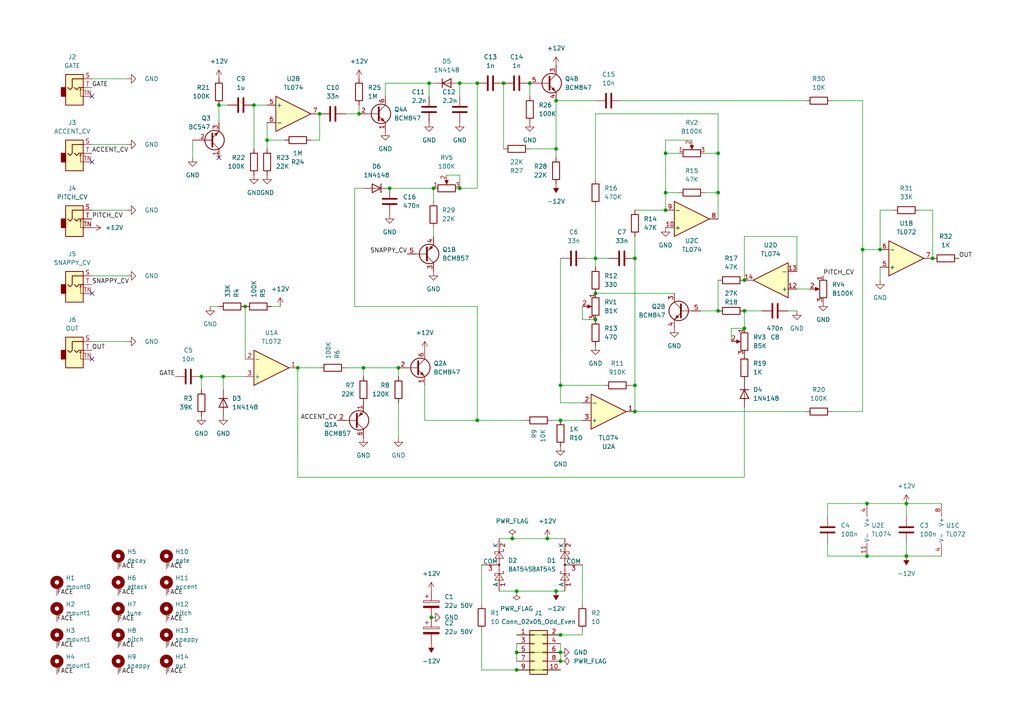
<source format=kicad_sch>
(kicad_sch (version 20230121) (generator eeschema)
  (paper "A4")
  (lib_symbols
    (symbol "Amplifier_Operational:TL072" (pin_names (offset 0.127))
      (property "Reference" "U" (at 0 5.08 0))
      (property "Value" "TL072" (at 0 -5.08 0))
      (symbol "TL072_1_1"
        (pin output line (at 7.62 0 180) (length 2.54) (name "~") (number "1"))
        (pin input line (at -7.62 -2.54 0) (length 2.54) (name "-") (number "2"))
        (pin input line (at -7.62 2.54 0) (length 2.54) (name "+") (number "3"))
      )
      (symbol "TL072_2_1"
        (pin input line (at -7.62 2.54 0) (length 2.54) (name "+") (number "5"))
        (pin input line (at -7.62 -2.54 0) (length 2.54) (name "-") (number "6"))
        (pin output line (at 7.62 0 180) (length 2.54) (name "~") (number "7"))
      )
      (symbol "TL072_3_1"
        (pin power_in line (at -2.54 -7.62 90) (length 3.81) (name "V-") (number "4"))
        (pin power_in line (at -2.54 7.62 270) (length 3.81) (name "V+") (number "8"))
      )
    )
    (symbol "Amplifier_Operational:TL074" (pin_names (offset 0.127))
      (property "Reference" "U" (at 0 5.08 0))
      (property "Value" "TL074" (at 0 -5.08 0))
      (symbol "TL074_1_1"
        (pin output line (at 7.62 0 180) (length 2.54) (name "~") (number "1"))
        (pin input line (at -7.62 -2.54 0) (length 2.54) (name "-") (number "2"))
        (pin input line (at -7.62 2.54 0) (length 2.54) (name "+") (number "3"))
      )
      (symbol "TL074_2_1"
        (pin input line (at -7.62 2.54 0) (length 2.54) (name "+") (number "5"))
        (pin input line (at -7.62 -2.54 0) (length 2.54) (name "-") (number "6"))
        (pin output line (at 7.62 0 180) (length 2.54) (name "~") (number "7"))
      )
      (symbol "TL074_3_1"
        (pin input line (at -7.62 2.54 0) (length 2.54) (name "+") (number "10"))
        (pin output line (at 7.62 0 180) (length 2.54) (name "~") (number "8"))
        (pin input line (at -7.62 -2.54 0) (length 2.54) (name "-") (number "9"))
      )
      (symbol "TL074_4_1"
        (pin input line (at -7.62 2.54 0) (length 2.54) (name "+") (number "12"))
        (pin input line (at -7.62 -2.54 0) (length 2.54) (name "-") (number "13"))
        (pin output line (at 7.62 0 180) (length 2.54) (name "~") (number "14"))
      )
      (symbol "TL074_5_1"
        (pin power_in line (at -2.54 -7.62 90) (length 3.81) (name "V-") (number "11"))
        (pin power_in line (at -2.54 7.62 270) (length 3.81) (name "V+") (number "4"))
      )
    )
    (symbol "Device:C" (pin_numbers hide) (pin_names (offset 0.254))
      (property "Reference" "C" (at 0.635 2.54 0))
      (property "Value" "C" (at 0.635 -2.54 0))
      (symbol "C_1_1"
        (pin passive line (at 0 3.81 270) (length 2.794) (name "~") (number "1"))
        (pin passive line (at 0 -3.81 90) (length 2.794) (name "~") (number "2"))
      )
    )
    (symbol "Device:C_Polarized" (pin_numbers hide) (pin_names (offset 0.254))
      (property "Reference" "C" (at 0.635 2.54 0))
      (property "Value" "C_Polarized" (at 0.635 -2.54 0))
      (symbol "C_Polarized_1_1"
        (pin passive line (at 0 3.81 270) (length 2.794) (name "~") (number "1"))
        (pin passive line (at 0 -3.81 90) (length 2.794) (name "~") (number "2"))
      )
    )
    (symbol "Device:D" (pin_numbers hide) (pin_names (offset 1.016) hide)
      (property "Reference" "D" (at 0 2.54 0))
      (property "Value" "D" (at 0 -2.54 0))
      (symbol "D_1_1"
        (pin passive line (at -3.81 0 0) (length 2.54) (name "K") (number "1"))
        (pin passive line (at 3.81 0 180) (length 2.54) (name "A") (number "2"))
      )
    )
    (symbol "Device:Q_Dual_NPN_NPN_E1B1C2E2B2C1" (pin_names (offset 0) hide)
      (property "Reference" "Q" (at 5.08 1.27 0))
      (property "Value" "Q_Dual_NPN_NPN_E1B1C2E2B2C1" (at 5.08 -1.27 0))
      (symbol "Q_Dual_NPN_NPN_E1B1C2E2B2C1_1_1"
        (pin passive line (at 2.54 -5.08 90) (length 2.54) (name "E1") (number "1"))
        (pin input line (at -5.08 0 0) (length 2.54) (name "B1") (number "2"))
        (pin passive line (at 2.54 5.08 270) (length 2.54) (name "C1") (number "6"))
      )
      (symbol "Q_Dual_NPN_NPN_E1B1C2E2B2C1_2_1"
        (pin passive line (at 2.54 5.08 270) (length 2.54) (name "C2") (number "3"))
        (pin passive line (at 2.54 -5.08 90) (length 2.54) (name "E2") (number "4"))
        (pin input line (at -5.08 0 0) (length 2.54) (name "B2") (number "5"))
      )
    )
    (symbol "Device:Q_Dual_PNP_PNP_E1B1C2E2B2C1" (pin_names (offset 0) hide)
      (property "Reference" "Q" (at 5.08 1.27 0))
      (property "Value" "Q_Dual_PNP_PNP_E1B1C2E2B2C1" (at 5.08 -1.27 0))
      (symbol "Q_Dual_PNP_PNP_E1B1C2E2B2C1_1_1"
        (pin passive line (at 2.54 -5.08 90) (length 2.54) (name "E1") (number "1"))
        (pin input line (at -5.08 0 0) (length 2.54) (name "B1") (number "2"))
        (pin passive line (at 2.54 5.08 270) (length 2.54) (name "C1") (number "6"))
      )
      (symbol "Q_Dual_PNP_PNP_E1B1C2E2B2C1_2_1"
        (pin passive line (at 2.54 5.08 270) (length 2.54) (name "C2") (number "3"))
        (pin passive line (at 2.54 -5.08 90) (length 2.54) (name "E2") (number "4"))
        (pin input line (at -5.08 0 0) (length 2.54) (name "B2") (number "5"))
      )
    )
    (symbol "Device:Q_NPN_CBE" (pin_names (offset 0) hide)
      (property "Reference" "Q" (at 5.08 1.27 0))
      (property "Value" "Q_NPN_CBE" (at 5.08 -1.27 0))
      (symbol "Q_NPN_CBE_1_1"
        (pin passive line (at 2.54 5.08 270) (length 2.54) (name "C") (number "1"))
        (pin input line (at -5.08 0 0) (length 5.715) (name "B") (number "2"))
        (pin passive line (at 2.54 -5.08 90) (length 2.54) (name "E") (number "3"))
      )
    )
    (symbol "Device:R" (pin_numbers hide) (pin_names (offset 0))
      (property "Reference" "R" (at 2.032 0 90))
      (property "Value" "R" (at 0 0 90))
      (symbol "R_1_1"
        (pin passive line (at 0 3.81 270) (length 1.27) (name "~") (number "1"))
        (pin passive line (at 0 -3.81 90) (length 1.27) (name "~") (number "2"))
      )
    )
    (symbol "Device:R_Potentiometer" (pin_names (offset 1.016) hide)
      (property "Reference" "RV" (at -4.445 0 90))
      (property "Value" "R_Potentiometer" (at -2.54 0 90))
      (symbol "R_Potentiometer_1_1"
        (pin passive line (at 0 3.81 270) (length 1.27) (name "1") (number "1"))
        (pin passive line (at 3.81 0 180) (length 1.27) (name "2") (number "2"))
        (pin passive line (at 0 -3.81 90) (length 1.27) (name "3") (number "3"))
      )
    )
    (symbol "Eurorack:AudioJack2_SwitchT"
      (property "Reference" "J" (at 0 8.89 0))
      (property "Value" "AudioJack2_SwitchT" (at 0 6.35 0))
      (symbol "AudioJack2_SwitchT_1_1"
        (pin passive line (at 5.08 2.54 180) (length 2.54) (name "~") (number "S"))
        (pin passive line (at 5.08 0 180) (length 2.54) (name "~") (number "T"))
        (pin passive line (at 5.08 -2.54 180) (length 2.54) (name "~") (number "TN"))
      )
    )
    (symbol "Eurorack:BAT54S" (pin_names (offset 0))
      (property "Reference" "D" (at 2.54 -5.08 0))
      (property "Value" "BAT54S" (at -6.35 3.175 0))
      (symbol "BAT54S_1_1"
        (pin passive line (at -7.62 0 0) (length 3.81) (name "A") (number "1"))
        (pin passive line (at 7.62 0 180) (length 3.81) (name "K") (number "2"))
        (pin passive line (at 0 -5.08 90) (length 5.08) (name "COM") (number "3"))
      )
    )
    (symbol "Eurorack:Conn_02x05_Odd_Even" (pin_names (offset 1.016) hide)
      (property "Reference" "J" (at 1.27 7.62 0))
      (property "Value" "Conn_02x05_Odd_Even" (at 1.27 -7.62 0))
      (symbol "Conn_02x05_Odd_Even_1_1"
        (pin passive line (at -5.08 5.08 0) (length 3.81) (name "Pin_1") (number "1"))
        (pin passive line (at 7.62 -5.08 180) (length 3.81) (name "Pin_10") (number "10"))
        (pin passive line (at 7.62 5.08 180) (length 3.81) (name "Pin_2") (number "2"))
        (pin passive line (at -5.08 2.54 0) (length 3.81) (name "Pin_3") (number "3"))
        (pin passive line (at 7.62 2.54 180) (length 3.81) (name "Pin_4") (number "4"))
        (pin passive line (at -5.08 0 0) (length 3.81) (name "Pin_5") (number "5"))
        (pin passive line (at 7.62 0 180) (length 3.81) (name "Pin_6") (number "6"))
        (pin passive line (at -5.08 -2.54 0) (length 3.81) (name "Pin_7") (number "7"))
        (pin passive line (at 7.62 -2.54 180) (length 3.81) (name "Pin_8") (number "8"))
        (pin passive line (at -5.08 -5.08 0) (length 3.81) (name "Pin_9") (number "9"))
      )
    )
    (symbol "Eurorack:MountingHole_Pad_Output" (pin_numbers hide) (pin_names (offset 1.016) hide) (in_bom no)
      (property "Reference" "H" (at 0 6.35 0))
      (property "Value" "MountingHole_Pad_Output" (at 0 4.445 0))
      (symbol "MountingHole_Pad_Output_1_1"
        (pin output line (at 0 -2.54 90) (length 2.54) (name "1") (number "1"))
      )
    )
    (symbol "Mechanical:MountingHole_Pad" (pin_numbers hide) (pin_names (offset 1.016) hide)
      (property "Reference" "H" (at 0 6.35 0))
      (property "Value" "MountingHole_Pad" (at 0 4.445 0))
      (symbol "MountingHole_Pad_1_1"
        (pin input line (at 0 -2.54 90) (length 2.54) (name "1") (number "1"))
      )
    )
    (symbol "power:+12V" (power) (pin_names (offset 0))
      (property "Value" "+12V" (at 0 3.556 0))
      (symbol "+12V_1_1"
        (pin power_in line (at 0 0 90) (length 0) hide (name "+12V") (number "1"))
      )
    )
    (symbol "power:-12V" (power) (pin_names (offset 0))
      (property "Value" "-12V" (at 0 3.81 0))
      (symbol "-12V_0_0"
        (pin power_in line (at 0 0 90) (length 0) hide (name "-12V") (number "1"))
      )
    )
    (symbol "power:GND" (power) (pin_names (offset 0))
      (property "Value" "GND" (at 0 -3.81 0))
      (symbol "GND_1_1"
        (pin power_in line (at 0 0 270) (length 0) hide (name "GND") (number "1"))
      )
    )
    (symbol "power:PWR_FLAG" (power) (pin_numbers hide) (pin_names (offset 0) hide)
      (property "Value" "PWR_FLAG" (at 0 3.81 0))
      (symbol "PWR_FLAG_0_0"
        (pin power_out line (at 0 0 90) (length 0) (name "pwr") (number "1"))
      )
    )
  )
  (junction (at 77.47 40.64))
  (junction (at 149.86 171.45))
  (junction (at 262.89 161.29))
  (junction (at 161.29 43.18))
  (junction (at 73.66 30.48))
  (junction (at 270.51 74.93))
  (junction (at 250.19 72.39))
  (junction (at 208.28 44.45))
  (junction (at 115.57 106.68))
  (junction (at 149.86 194.31))
  (junction (at 215.9 95.25))
  (junction (at 148.59 156.21))
  (junction (at 161.29 29.21))
  (junction (at 64.77 109.22))
  (junction (at 193.04 44.45))
  (junction (at 215.9 81.28))
  (junction (at 251.46 161.29))
  (junction (at 138.43 24.13))
  (junction (at 113.03 54.61))
  (junction (at 58.42 109.22))
  (junction (at 193.04 55.88))
  (junction (at 184.15 119.38))
  (junction (at 162.56 121.92))
  (junction (at 162.56 191.77))
  (junction (at 149.86 189.23))
  (junction (at 86.36 106.68))
  (junction (at 153.67 24.13))
  (junction (at 161.29 171.45))
  (junction (at 125.095 179.07))
  (junction (at 184.15 74.93))
  (junction (at 255.27 72.39))
  (junction (at 172.72 85.09))
  (junction (at 63.5 30.48))
  (junction (at 104.14 33.02))
  (junction (at 105.41 106.68))
  (junction (at 262.89 146.05))
  (junction (at 133.35 54.61))
  (junction (at 138.43 121.92))
  (junction (at 162.56 111.76))
  (junction (at 208.28 90.17))
  (junction (at 124.46 24.13))
  (junction (at 215.9 90.17))
  (junction (at 146.05 24.13))
  (junction (at 71.12 88.9))
  (junction (at 158.75 156.21))
  (junction (at 92.71 33.02))
  (junction (at 133.35 24.13))
  (junction (at 208.28 55.88))
  (junction (at 172.72 74.93))
  (junction (at 162.56 184.15))
  (junction (at 251.46 146.05))
  (junction (at 162.56 189.23))
  (junction (at 172.72 92.71))
  (junction (at 184.15 111.76))
  (junction (at 125.73 54.61))
  (junction (at 193.04 60.96))
  (no_connect (at 26.67 85.09))
  (no_connect (at 26.67 46.99))
  (no_connect (at 26.67 104.14))
  (no_connect (at 63.5 45.72))
  (no_connect (at 26.67 27.94))
  (wire (pts (xy 92.71 40.64) (xy 92.71 33.02)))
  (wire (pts (xy 262.89 146.05) (xy 262.89 149.86)))
  (wire (pts (xy 86.36 138.43) (xy 86.36 106.68)))
  (wire (pts (xy 133.35 50.8) (xy 133.35 54.61)))
  (wire (pts (xy 196.85 55.88) (xy 193.04 55.88)))
  (wire (pts (xy 138.43 54.61) (xy 138.43 24.13)))
  (wire (pts (xy 144.78 156.21) (xy 148.59 156.21)))
  (wire (pts (xy 250.19 72.39) (xy 255.27 72.39)))
  (wire (pts (xy 64.77 113.03) (xy 64.77 109.22)))
  (wire (pts (xy 200.66 40.64) (xy 193.04 40.64)))
  (wire (pts (xy 231.14 78.74) (xy 231.14 68.58)))
  (wire (pts (xy 148.59 156.21) (xy 158.75 156.21)))
  (wire (pts (xy 77.47 40.64) (xy 77.47 35.56)))
  (wire (pts (xy 133.35 24.13) (xy 138.43 24.13)))
  (wire (pts (xy 82.55 40.64) (xy 77.47 40.64)))
  (wire (pts (xy 168.91 184.15) (xy 168.91 182.88)))
  (wire (pts (xy 149.86 189.23) (xy 162.56 189.23)))
  (wire (pts (xy 102.87 54.61) (xy 102.87 88.9)))
  (wire (pts (xy 233.68 29.21) (xy 180.34 29.21)))
  (wire (pts (xy 64.77 109.22) (xy 71.12 109.22)))
  (wire (pts (xy 240.03 157.48) (xy 240.03 161.29)))
  (wire (pts (xy 182.88 111.76) (xy 184.15 111.76)))
  (wire (pts (xy 77.47 43.18) (xy 77.47 40.64)))
  (wire (pts (xy 144.78 171.45) (xy 149.86 171.45)))
  (wire (pts (xy 36.83 22.86) (xy 26.67 22.86)))
  (wire (pts (xy 149.86 186.69) (xy 149.86 189.23)))
  (wire (pts (xy 124.46 27.94) (xy 124.46 24.13)))
  (wire (pts (xy 153.67 27.94) (xy 153.67 24.13)))
  (wire (pts (xy 55.88 45.72) (xy 55.88 40.64)))
  (wire (pts (xy 176.53 74.93) (xy 172.72 74.93)))
  (wire (pts (xy 161.29 29.21) (xy 161.29 43.18)))
  (wire (pts (xy 162.56 74.93) (xy 162.56 111.76)))
  (wire (pts (xy 203.2 90.17) (xy 208.28 90.17)))
  (wire (pts (xy 111.76 27.94) (xy 111.76 24.13)))
  (wire (pts (xy 231.14 68.58) (xy 215.9 68.58)))
  (wire (pts (xy 240.03 146.05) (xy 251.46 146.05)))
  (wire (pts (xy 255.27 81.28) (xy 255.27 77.47)))
  (wire (pts (xy 60.96 88.9) (xy 63.5 88.9)))
  (wire (pts (xy 172.72 92.71) (xy 168.91 92.71)))
  (wire (pts (xy 262.89 161.29) (xy 273.05 161.29)))
  (wire (pts (xy 146.05 43.18) (xy 146.05 24.13)))
  (wire (pts (xy 102.87 54.61) (xy 105.41 54.61)))
  (wire (pts (xy 241.3 29.21) (xy 250.19 29.21)))
  (wire (pts (xy 240.03 149.86) (xy 240.03 146.05)))
  (wire (pts (xy 212.09 95.25) (xy 215.9 95.25)))
  (wire (pts (xy 104.14 33.02) (xy 100.33 33.02)))
  (wire (pts (xy 215.9 95.25) (xy 215.9 90.17)))
  (wire (pts (xy 115.57 106.68) (xy 105.41 106.68)))
  (wire (pts (xy 125.73 68.58) (xy 125.73 66.04)))
  (wire (pts (xy 184.15 119.38) (xy 233.68 119.38)))
  (wire (pts (xy 138.43 121.92) (xy 123.19 121.92)))
  (wire (pts (xy 241.3 119.38) (xy 250.19 119.38)))
  (wire (pts (xy 73.66 43.18) (xy 73.66 30.48)))
  (wire (pts (xy 63.5 30.48) (xy 63.5 35.56)))
  (wire (pts (xy 162.56 189.23) (xy 162.56 191.77)))
  (wire (pts (xy 193.04 55.88) (xy 193.04 60.96)))
  (wire (pts (xy 102.87 88.9) (xy 138.43 88.9)))
  (wire (pts (xy 111.76 24.13) (xy 124.46 24.13)))
  (wire (pts (xy 149.86 184.15) (xy 162.56 184.15)))
  (wire (pts (xy 184.15 68.58) (xy 184.15 74.93)))
  (wire (pts (xy 184.15 111.76) (xy 184.15 119.38)))
  (wire (pts (xy 250.19 119.38) (xy 250.19 72.39)))
  (wire (pts (xy 138.43 88.9) (xy 138.43 121.92)))
  (wire (pts (xy 259.08 60.96) (xy 255.27 60.96)))
  (wire (pts (xy 149.86 171.45) (xy 161.29 171.45)))
  (wire (pts (xy 36.83 41.91) (xy 26.67 41.91)))
  (wire (pts (xy 251.46 146.05) (xy 262.89 146.05)))
  (wire (pts (xy 133.35 54.61) (xy 138.43 54.61)))
  (wire (pts (xy 175.26 111.76) (xy 162.56 111.76)))
  (wire (pts (xy 204.47 55.88) (xy 208.28 55.88)))
  (wire (pts (xy 115.57 109.22) (xy 115.57 106.68)))
  (wire (pts (xy 215.9 118.11) (xy 215.9 138.43)))
  (wire (pts (xy 125.73 24.13) (xy 124.46 24.13)))
  (wire (pts (xy 92.71 106.68) (xy 86.36 106.68)))
  (wire (pts (xy 215.9 138.43) (xy 86.36 138.43)))
  (wire (pts (xy 208.28 55.88) (xy 208.28 63.5)))
  (wire (pts (xy 123.19 121.92) (xy 123.19 111.76)))
  (wire (pts (xy 162.56 186.69) (xy 162.56 189.23)))
  (wire (pts (xy 161.29 171.45) (xy 163.83 171.45)))
  (wire (pts (xy 152.4 121.92) (xy 138.43 121.92)))
  (wire (pts (xy 184.15 74.93) (xy 184.15 111.76)))
  (wire (pts (xy 172.72 29.21) (xy 161.29 29.21)))
  (wire (pts (xy 36.83 99.06) (xy 26.67 99.06)))
  (wire (pts (xy 153.67 43.18) (xy 161.29 43.18)))
  (wire (pts (xy 105.41 106.68) (xy 105.41 109.22)))
  (wire (pts (xy 139.7 194.31) (xy 139.7 182.88)))
  (wire (pts (xy 115.57 127) (xy 115.57 116.84)))
  (wire (pts (xy 129.54 50.8) (xy 133.35 50.8)))
  (wire (pts (xy 81.28 88.9) (xy 78.74 88.9)))
  (wire (pts (xy 266.7 60.96) (xy 270.51 60.96)))
  (wire (pts (xy 162.56 184.15) (xy 168.91 184.15)))
  (wire (pts (xy 66.04 30.48) (xy 63.5 30.48)))
  (wire (pts (xy 149.86 194.31) (xy 139.7 194.31)))
  (wire (pts (xy 208.28 33.02) (xy 208.28 44.45)))
  (wire (pts (xy 139.7 163.83) (xy 139.7 175.26)))
  (wire (pts (xy 58.42 113.03) (xy 58.42 109.22)))
  (wire (pts (xy 270.51 60.96) (xy 270.51 74.93)))
  (wire (pts (xy 73.66 30.48) (xy 77.47 30.48)))
  (wire (pts (xy 161.29 43.18) (xy 161.29 45.72)))
  (wire (pts (xy 162.56 116.84) (xy 168.91 116.84)))
  (wire (pts (xy 172.72 74.93) (xy 170.18 74.93)))
  (wire (pts (xy 204.47 44.45) (xy 208.28 44.45)))
  (wire (pts (xy 58.42 109.22) (xy 64.77 109.22)))
  (wire (pts (xy 133.35 27.94) (xy 133.35 24.13)))
  (wire (pts (xy 193.04 44.45) (xy 193.04 40.64)))
  (wire (pts (xy 196.85 44.45) (xy 193.04 44.45)))
  (wire (pts (xy 215.9 68.58) (xy 215.9 81.28)))
  (wire (pts (xy 162.56 111.76) (xy 162.56 116.84)))
  (wire (pts (xy 90.17 40.64) (xy 92.71 40.64)))
  (wire (pts (xy 125.73 58.42) (xy 125.73 54.61)))
  (wire (pts (xy 100.33 106.68) (xy 105.41 106.68)))
  (wire (pts (xy 234.95 83.82) (xy 231.14 83.82)))
  (wire (pts (xy 71.12 88.9) (xy 71.12 104.14)))
  (wire (pts (xy 172.72 33.02) (xy 208.28 33.02)))
  (wire (pts (xy 113.03 54.61) (xy 125.73 54.61)))
  (wire (pts (xy 162.56 194.31) (xy 149.86 194.31)))
  (wire (pts (xy 208.28 81.28) (xy 208.28 90.17)))
  (wire (pts (xy 251.46 161.29) (xy 262.89 161.29)))
  (wire (pts (xy 250.19 29.21) (xy 250.19 72.39)))
  (wire (pts (xy 184.15 60.96) (xy 193.04 60.96)))
  (wire (pts (xy 255.27 60.96) (xy 255.27 72.39)))
  (wire (pts (xy 208.28 44.45) (xy 208.28 55.88)))
  (wire (pts (xy 162.56 121.92) (xy 168.91 121.92)))
  (wire (pts (xy 160.02 121.92) (xy 162.56 121.92)))
  (wire (pts (xy 262.89 157.48) (xy 262.89 161.29)))
  (wire (pts (xy 231.14 90.17) (xy 228.6 90.17)))
  (wire (pts (xy 168.91 92.71) (xy 168.91 88.9)))
  (wire (pts (xy 149.86 189.23) (xy 149.86 191.77)))
  (wire (pts (xy 193.04 44.45) (xy 193.04 55.88)))
  (wire (pts (xy 168.91 163.83) (xy 168.91 175.26)))
  (wire (pts (xy 158.75 156.21) (xy 163.83 156.21)))
  (wire (pts (xy 36.83 80.01) (xy 26.67 80.01)))
  (wire (pts (xy 240.03 161.29) (xy 251.46 161.29)))
  (wire (pts (xy 172.72 77.47) (xy 172.72 74.93)))
  (wire (pts (xy 104.14 30.48) (xy 104.14 33.02)))
  (wire (pts (xy 212.09 99.06) (xy 212.09 95.25)))
  (wire (pts (xy 262.89 146.05) (xy 273.05 146.05)))
  (wire (pts (xy 172.72 59.69) (xy 172.72 74.93)))
  (wire (pts (xy 220.98 90.17) (xy 215.9 90.17)))
  (wire (pts (xy 172.72 85.09) (xy 195.58 85.09)))
  (wire (pts (xy 172.72 52.07) (xy 172.72 33.02)))
  (wire (pts (xy 36.83 60.96) (xy 26.67 60.96)))
  (label "PITCH_CV" (at 238.76 80.01 0))
  (label "FACE" (at 34.29 187.96 0))
  (label "FACE" (at 16.51 195.58 0))
  (label "FACE" (at 34.29 195.58 0))
  (label "SNAPPY_CV" (at 118.11 73.66 180))
  (label "FACE" (at 48.26 195.58 0))
  (label "ACCENT_CV" (at 97.79 121.92 180))
  (label "PITCH_CV" (at 26.67 63.5 0))
  (label "SNAPPY_CV" (at 26.67 82.55 0))
  (label "FACE" (at 16.51 172.72 0))
  (label "FACE" (at 48.26 165.1 0))
  (label "FACE" (at 34.29 180.34 0))
  (label "FACE" (at 16.51 187.96 0))
  (label "FACE" (at 34.29 172.72 0))
  (label "OUT" (at 26.67 101.6 0))
  (label "GATE" (at 50.8 109.22 180))
  (label "FACE" (at 48.26 180.34 0))
  (label "GATE" (at 26.67 25.4 0))
  (label "FACE" (at 34.29 165.1 0))
  (label "FACE" (at 48.26 172.72 0))
  (label "ACCENT_CV" (at 26.67 44.45 0))
  (label "FACE" (at 16.51 180.34 0))
  (label "FACE" (at 48.26 187.96 0))
  (label "OUT" (at 278.13 74.93 0))
  (symbol (lib_id "power:-12V") (at 161.29 171.45 180) (unit 1)
    (property "Reference" "#PWR05" (effects hide))
    (property "Value" "-12V" (at 161.29 176.53 0))
  )
  (symbol (lib_id "Device:R") (at 161.29 49.53 0) (mirror y) (unit 1)
    (property "Reference" "R28" (at 158.75 48.26 0) (effects (justify left)))
    (property "Value" "22K" (at 158.75 50.8 0) (effects (justify left)))
    (property "Footprint" "Resistor_SMD:R_0805_2012Metric" (effects hide))
  )
  (symbol (lib_id "Device:C") (at 166.37 74.93 90) (unit 1)
    (property "Reference" "C6" (at 166.37 67.31 90))
    (property "Value" "33n" (at 166.37 69.85 90))
    (property "Footprint" "Capacitor_SMD:C_0805_2012Metric" (effects hide))
  )
  (symbol (lib_id "Device:Q_Dual_NPN_NPN_E1B1C2E2B2C1") (at 120.65 106.68 0) (unit 1)
    (property "Reference" "Q2" (at 125.73 105.41 0) (effects (justify left)))
    (property "Value" "BCM847" (at 125.73 107.95 0) (effects (justify left)))
    (property "Footprint" "Package_SO:TSOP-6_1.65x3.05mm_P0.95mm" (effects hide))
    (property "Vendor" "Mouser" (effects hide))
    (property "PartNum" "771-BCM847DS135" (effects hide))
  )
  (symbol (lib_id "Device:R") (at 125.73 62.23 0) (mirror y) (unit 1)
    (property "Reference" "R29" (at 132.08 60.96 0) (effects (justify left)))
    (property "Value" "22K" (at 132.08 63.5 0) (effects (justify left)))
    (property "Footprint" "Resistor_SMD:R_0805_2012Metric" (effects hide))
  )
  (symbol (lib_id "Device:R") (at 149.86 43.18 90) (unit 1)
    (property "Reference" "R27" (at 149.86 49.53 90))
    (property "Value" "22K" (at 149.86 46.99 90))
    (property "Footprint" "Resistor_SMD:R_0805_2012Metric" (effects hide))
  )
  (symbol (lib_id "Device:C") (at 96.52 33.02 90) (unit 1)
    (property "Reference" "C10" (at 96.52 25.4 90))
    (property "Value" "33n" (at 96.52 27.94 90))
    (property "Footprint" "Capacitor_SMD:C_0805_2012Metric" (effects hide))
  )
  (symbol (lib_id "Device:R") (at 215.9 106.68 0) (unit 1)
    (property "Reference" "R19" (at 218.44 105.41 0) (effects (justify left)))
    (property "Value" "1K" (at 218.44 107.95 0) (effects (justify left)))
    (property "Footprint" "Resistor_SMD:R_0805_2012Metric" (effects hide))
  )
  (symbol (lib_id "Device:R") (at 156.21 121.92 90) (unit 1)
    (property "Reference" "R9" (at 154.94 124.46 0) (effects (justify right)))
    (property "Value" "10K" (at 157.48 124.46 0) (effects (justify right)))
    (property "Footprint" "Resistor_SMD:R_0805_2012Metric" (effects hide))
  )
  (symbol (lib_id "Device:R") (at 184.15 64.77 0) (unit 1)
    (property "Reference" "R14" (at 186.69 63.5 0) (effects (justify left)))
    (property "Value" "47K" (at 186.69 66.04 0) (effects (justify left)))
    (property "Footprint" "Resistor_SMD:R_0805_2012Metric" (effects hide))
  )
  (symbol (lib_id "Device:D") (at 129.54 24.13 0) (unit 1)
    (property "Reference" "D5" (at 129.54 17.78 0))
    (property "Value" "1N4148" (at 129.54 20.32 0))
    (property "Footprint" "Diode_SMD:D_SOD-323_HandSoldering" (effects hide))
    (property "Sim.Device" "D" (effects hide))
    (property "Sim.Pins" "1=K 2=A" (effects hide))
  )
  (symbol (lib_id "Mechanical:MountingHole_Pad") (at 34.29 170.18 0) (unit 1) (in_bom no)
    (property "Reference" "H6" (at 36.83 167.64 0) (effects (justify left)))
    (property "Value" "attack" (at 36.83 170.18 0) (effects (justify left)))
    (property "Footprint" "Eurorack:Mech-Potentiometer-Hole_level" (effects hide))
  )
  (symbol (lib_id "power:GND") (at 64.77 120.65 0) (unit 1)
    (property "Reference" "#PWR010" (effects hide))
    (property "Value" "GND" (at 64.77 125.73 0))
  )
  (symbol (lib_id "Device:Q_Dual_PNP_PNP_E1B1C2E2B2C1") (at 102.87 121.92 0) (mirror x) (unit 1)
    (property "Reference" "Q1" (at 93.98 123.19 0) (effects (justify left)))
    (property "Value" "BCM857" (at 93.98 125.73 0) (effects (justify left)))
    (property "Footprint" "Package_SO:TSOP-6_1.65x3.05mm_P0.95mm" (effects hide))
    (property "Vendor" "Mouser" (effects hide))
    (property "PartNum" "771-BCM857DS135" (effects hide))
  )
  (symbol (lib_id "power:GND") (at 113.03 62.23 0) (unit 1)
    (property "Reference" "#PWR035" (effects hide))
    (property "Value" "GND" (at 113.03 67.31 0))
  )
  (symbol (lib_id "power:+12V") (at 262.89 146.05 0) (unit 1)
    (property "Reference" "#PWR07" (effects hide))
    (property "Value" "+12V" (at 262.89 140.97 0))
  )
  (symbol (lib_id "Device:R") (at 153.67 31.75 0) (mirror y) (unit 1)
    (property "Reference" "R26" (at 156.21 30.48 0) (effects (justify right)))
    (property "Value" "100K" (at 156.21 33.02 0) (effects (justify right)))
    (property "Footprint" "Resistor_SMD:R_0805_2012Metric" (effects hide))
  )
  (symbol (lib_id "Device:R") (at 67.31 88.9 270) (unit 1)
    (property "Reference" "R4" (at 68.58 86.36 0) (effects (justify right)))
    (property "Value" "33K" (at 66.04 86.36 0) (effects (justify right)))
    (property "Footprint" "Resistor_SMD:R_0805_2012Metric" (effects hide))
  )
  (symbol (lib_id "power:GND") (at 58.42 120.65 0) (unit 1)
    (property "Reference" "#PWR09" (effects hide))
    (property "Value" "GND" (at 58.42 125.73 0))
  )
  (symbol (lib_id "power:+12V") (at 123.19 101.6 0) (unit 1)
    (property "Reference" "#PWR016" (effects hide))
    (property "Value" "+12V" (at 123.19 96.52 0))
  )
  (symbol (lib_id "power:GND") (at 115.57 127 0) (unit 1)
    (property "Reference" "#PWR014" (effects hide))
    (property "Value" "GND" (at 115.57 132.08 0))
  )
  (symbol (lib_id "Device:R") (at 172.72 96.52 0) (unit 1)
    (property "Reference" "R13" (at 175.26 95.25 0) (effects (justify left)))
    (property "Value" "470" (at 175.26 97.79 0) (effects (justify left)))
    (property "Footprint" "Resistor_SMD:R_0805_2012Metric" (effects hide))
  )
  (symbol (lib_id "Mechanical:MountingHole_Pad") (at 48.26 162.56 0) (unit 1) (in_bom no)
    (property "Reference" "H10" (at 50.8 160.02 0) (effects (justify left)))
    (property "Value" "gate" (at 50.8 162.56 0) (effects (justify left)))
    (property "Footprint" "Eurorack:Mech-AudioJack-Hole-Input-Gate" (effects hide))
  )
  (symbol (lib_id "Device:C") (at 124.46 31.75 0) (unit 1)
    (property "Reference" "C11" (at 119.38 26.67 0) (effects (justify left)))
    (property "Value" "2.2n" (at 119.38 29.21 0) (effects (justify left)))
    (property "Footprint" "Capacitor_SMD:C_0805_2012Metric" (effects hide))
  )
  (symbol (lib_id "power:GND") (at 36.83 60.96 90) (unit 1)
    (property "Reference" "#PWR038" (effects hide))
    (property "Value" "GND" (at 41.91 60.96 90) (effects (justify right)))
  )
  (symbol (lib_id "Amplifier_Operational:TL074") (at 200.66 63.5 0) (mirror x) (unit 3)
    (property "Reference" "U2" (at 200.66 69.85 0))
    (property "Value" "TL074" (at 200.66 72.39 0))
    (property "Footprint" "Package_SO:SO-14_3.9x8.65mm_P1.27mm" (effects hide))
    (property "Datasheet" "http://www.ti.com/lit/ds/symlink/tl071.pdf" (effects hide))
    (property "Vendor" "Mouser" (effects hide))
    (property "PartNum" "595-TL074CDR" (effects hide))
  )
  (symbol (lib_id "power:-12V") (at 161.29 53.34 180) (unit 1)
    (property "Reference" "#PWR034" (effects hide))
    (property "Value" "-12V" (at 161.29 58.42 0))
  )
  (symbol (lib_id "Amplifier_Operational:TL074") (at 176.53 119.38 0) (mirror x) (unit 1)
    (property "Reference" "U2" (at 176.53 129.54 0))
    (property "Value" "TL074" (at 176.53 127 0))
    (property "Footprint" "Package_SO:SO-14_3.9x8.65mm_P1.27mm" (effects hide))
    (property "Datasheet" "http://www.ti.com/lit/ds/symlink/tl071.pdf" (effects hide))
    (property "Vendor" "Mouser" (effects hide))
    (property "PartNum" "595-TL074CDR" (effects hide))
  )
  (symbol (lib_id "power:GND") (at 36.83 22.86 90) (unit 1)
    (property "Reference" "#PWR036" (effects hide))
    (property "Value" "GND" (at 41.91 22.86 90) (effects (justify right)))
  )
  (symbol (lib_id "power:GND") (at 36.83 80.01 90) (unit 1)
    (property "Reference" "#PWR040" (effects hide))
    (property "Value" "GND" (at 41.91 80.01 90) (effects (justify right)))
  )
  (symbol (lib_id "power:GND") (at 124.46 35.56 0) (unit 1)
    (property "Reference" "#PWR031" (effects hide))
    (property "Value" "GND" (at 124.46 40.64 0))
  )
  (symbol (lib_id "Device:R_Potentiometer") (at 129.54 54.61 90) (unit 1)
    (property "Reference" "RV5" (at 129.54 45.72 90))
    (property "Value" "100K" (at 129.54 48.26 90))
    (property "Footprint" "Potentiometer_THT:Potentiometer_Bourns_3296W_Vertical" (effects hide))
  )
  (symbol (lib_id "Device:Q_Dual_NPN_NPN_E1B1C2E2B2C1") (at 109.22 33.02 0) (unit 1)
    (property "Reference" "Q4" (at 114.3 31.75 0) (effects (justify left)))
    (property "Value" "BCM847" (at 114.3 34.29 0) (effects (justify left)))
    (property "Footprint" "Package_SO:TSOP-6_1.65x3.05mm_P0.95mm" (effects hide))
    (property "Vendor" "Mouser" (effects hide))
    (property "PartNum" "771-BCM847DS135" (effects hide))
  )
  (symbol (lib_id "Mechanical:MountingHole_Pad") (at 34.29 177.8 0) (unit 1) (in_bom no)
    (property "Reference" "H7" (at 36.83 175.26 0) (effects (justify left)))
    (property "Value" "tune" (at 36.83 177.8 0) (effects (justify left)))
    (property "Footprint" "Eurorack:Mech-Potentiometer-Hole_level" (effects hide))
  )
  (symbol (lib_id "power:GND") (at 193.04 66.04 0) (unit 1)
    (property "Reference" "#PWR019" (effects hide))
    (property "Value" "GND" (at 193.04 71.12 0))
  )
  (symbol (lib_id "Mechanical:MountingHole_Pad") (at 34.29 162.56 0) (unit 1) (in_bom no)
    (property "Reference" "H5" (at 36.83 160.02 0) (effects (justify left)))
    (property "Value" "decay" (at 36.83 162.56 0) (effects (justify left)))
    (property "Footprint" "Eurorack:Mech-Potentiometer-Hole_level" (effects hide))
  )
  (symbol (lib_id "Device:D") (at 215.9 114.3 270) (unit 1)
    (property "Reference" "D4" (at 218.44 113.03 90) (effects (justify left)))
    (property "Value" "1N4148" (at 218.44 115.57 90) (effects (justify left)))
    (property "Footprint" "Diode_SMD:D_SOD-323_HandSoldering" (effects hide))
    (property "Sim.Device" "D" (effects hide))
    (property "Sim.Pins" "1=K 2=A" (effects hide))
  )
  (symbol (lib_id "Device:R") (at 96.52 106.68 270) (unit 1)
    (property "Reference" "R6" (at 97.79 104.14 0) (effects (justify right)))
    (property "Value" "100K" (at 95.25 104.14 0) (effects (justify right)))
    (property "Footprint" "Resistor_SMD:R_0805_2012Metric" (effects hide))
  )
  (symbol (lib_id "power:GND") (at 231.14 90.17 0) (unit 1)
    (property "Reference" "#PWR021" (effects hide))
    (property "Value" "GND" (at 231.14 95.25 0))
  )
  (symbol (lib_id "Device:R") (at 63.5 26.67 0) (unit 1)
    (property "Reference" "R21" (at 60.96 25.4 0) (effects (justify right)))
    (property "Value" "100K" (at 60.96 27.94 0) (effects (justify right)))
    (property "Footprint" "Resistor_SMD:R_0805_2012Metric" (effects hide))
  )
  (symbol (lib_id "Device:R") (at 162.56 125.73 180) (unit 1)
    (property "Reference" "R10" (at 165.1 127 0) (effects (justify right)))
    (property "Value" "1K" (at 165.1 124.46 0) (effects (justify right)))
    (property "Footprint" "Resistor_SMD:R_0805_2012Metric" (effects hide))
  )
  (symbol (lib_id "Device:R") (at 237.49 29.21 90) (unit 1)
    (property "Reference" "R30" (at 237.49 22.86 90))
    (property "Value" "10K" (at 237.49 25.4 90))
    (property "Footprint" "Resistor_SMD:R_0805_2012Metric" (effects hide))
  )
  (symbol (lib_id "Device:C") (at 149.86 24.13 90) (unit 1)
    (property "Reference" "C14" (at 149.86 16.51 90))
    (property "Value" "1n" (at 149.86 19.05 90))
    (property "Footprint" "Capacitor_SMD:C_0805_2012Metric" (effects hide))
  )
  (symbol (lib_id "power:GND") (at 153.67 35.56 0) (unit 1)
    (property "Reference" "#PWR033" (effects hide))
    (property "Value" "GND" (at 153.67 40.64 0))
  )
  (symbol (lib_id "Device:R") (at 115.57 113.03 0) (unit 1)
    (property "Reference" "R8" (at 113.03 111.76 0) (effects (justify right)))
    (property "Value" "120K" (at 113.03 114.3 0) (effects (justify right)))
    (property "Footprint" "Resistor_SMD:R_0805_2012Metric" (effects hide))
  )
  (symbol (lib_id "Amplifier_Operational:TL072") (at 262.89 74.93 0) (mirror x) (unit 2)
    (property "Reference" "U1" (at 262.89 64.77 0))
    (property "Value" "TL072" (at 262.89 67.31 0))
    (property "Footprint" "Package_SO:SOIC-8_3.9x4.9mm_P1.27mm" (effects hide))
    (property "Datasheet" "http://www.ti.com/lit/ds/symlink/tl071.pdf" (effects hide))
    (property "Vendor" "Mouser" (effects hide))
    (property "PartNum" "595-TL072CDR" (effects hide))
  )
  (symbol (lib_id "power:GND") (at 195.58 95.25 0) (unit 1)
    (property "Reference" "#PWR020" (effects hide))
    (property "Value" "GND" (at 195.58 100.33 0))
  )
  (symbol (lib_id "Mechanical:MountingHole_Pad") (at 34.29 185.42 0) (unit 1) (in_bom no)
    (property "Reference" "H8" (at 36.83 182.88 0) (effects (justify left)))
    (property "Value" "pitch" (at 36.83 185.42 0) (effects (justify left)))
    (property "Footprint" "Eurorack:Mech-Potentiometer-Hole_level" (effects hide))
  )
  (symbol (lib_id "Eurorack:MountingHole_Pad_Output") (at 16.51 170.18 0) (unit 1) (in_bom no)
    (property "Reference" "H1" (at 19.05 167.64 0) (effects (justify left)))
    (property "Value" "mount0" (at 19.05 170.18 0) (effects (justify left)))
    (property "Footprint" "Eurorack:Mech-MountingHole" (effects hide))
  )
  (symbol (lib_id "power:GND") (at 73.66 50.8 0) (unit 1)
    (property "Reference" "#PWR026" (effects hide))
    (property "Value" "GND" (at 73.66 55.88 0))
  )
  (symbol (lib_id "Device:R_Potentiometer") (at 215.9 99.06 0) (mirror y) (unit 1)
    (property "Reference" "RV3" (at 218.44 97.79 0) (effects (justify right)))
    (property "Value" "B5K" (at 218.44 100.33 0) (effects (justify right)))
    (property "Footprint" "Eurorack:Potentiometer_RV16AF-41-15R1" (effects hide))
  )
  (symbol (lib_id "Eurorack:BAT54S") (at 163.83 163.83 90) (unit 1)
    (property "Reference" "D1" (at 161.29 162.56 90) (effects (justify left)))
    (property "Value" "BAT54S" (at 161.29 165.1 90) (effects (justify left)))
    (property "Footprint" "Package_TO_SOT_SMD:SOT-23" (effects hide))
    (property "Datasheet" "https://www.diodes.com/assets/Datasheets/ds11005.pdf" (effects hide))
    (property "Vendor" "Mouser" (effects hide))
    (property "PartNum" "863-BAT54SLT1G" (effects hide))
  )
  (symbol (lib_id "Device:C") (at 142.24 24.13 90) (unit 1)
    (property "Reference" "C13" (at 142.24 16.51 90))
    (property "Value" "1n" (at 142.24 19.05 90))
    (property "Footprint" "Capacitor_SMD:C_0805_2012Metric" (effects hide))
  )
  (symbol (lib_id "Device:R") (at 58.42 116.84 0) (unit 1)
    (property "Reference" "R3" (at 55.88 115.57 0) (effects (justify right)))
    (property "Value" "39K" (at 55.88 118.11 0) (effects (justify right)))
    (property "Footprint" "Resistor_SMD:R_0805_2012Metric" (effects hide))
  )
  (symbol (lib_id "Device:C") (at 240.03 153.67 0) (unit 1)
    (property "Reference" "C4" (at 243.84 152.4 0) (effects (justify left)))
    (property "Value" "100n" (at 243.84 154.94 0) (effects (justify left)))
    (property "Footprint" "Capacitor_SMD:C_0805_2012Metric" (effects hide))
  )
  (symbol (lib_id "Amplifier_Operational:TL074") (at 223.52 81.28 180) (unit 4)
    (property "Reference" "U2" (at 223.52 71.12 0))
    (property "Value" "TL074" (at 223.52 73.66 0))
    (property "Footprint" "Package_SO:SO-14_3.9x8.65mm_P1.27mm" (effects hide))
    (property "Datasheet" "http://www.ti.com/lit/ds/symlink/tl071.pdf" (effects hide))
    (property "Vendor" "Mouser" (effects hide))
    (property "PartNum" "595-TL074CDR" (effects hide))
  )
  (symbol (lib_id "power:GND") (at 105.41 127 0) (unit 1)
    (property "Reference" "#PWR013" (effects hide))
    (property "Value" "GND" (at 105.41 132.08 0))
  )
  (symbol (lib_id "power:GND") (at 238.76 87.63 0) (unit 1)
    (property "Reference" "#PWR023" (effects hide))
    (property "Value" "GND" (at 238.76 92.71 0))
  )
  (symbol (lib_id "power:GND") (at 77.47 50.8 0) (unit 1)
    (property "Reference" "#PWR027" (effects hide))
    (property "Value" "GND" (at 77.47 55.88 0))
  )
  (symbol (lib_id "power:GND") (at 172.72 100.33 0) (unit 1)
    (property "Reference" "#PWR018" (effects hide))
    (property "Value" "GND" (at 172.72 105.41 0))
  )
  (symbol (lib_id "Device:R") (at 212.09 81.28 90) (unit 1)
    (property "Reference" "R17" (at 212.09 74.93 90))
    (property "Value" "47K" (at 212.09 77.47 90))
    (property "Footprint" "Resistor_SMD:R_0805_2012Metric" (effects hide))
  )
  (symbol (lib_id "Mechanical:MountingHole_Pad") (at 48.26 177.8 0) (unit 1) (in_bom no)
    (property "Reference" "H12" (at 50.8 175.26 0) (effects (justify left)))
    (property "Value" "pitch" (at 50.8 177.8 0) (effects (justify left)))
    (property "Footprint" "Eurorack:Mech-AudioJack-Hole-Input-CV" (effects hide))
  )
  (symbol (lib_id "Device:R") (at 168.91 179.07 0) (unit 1)
    (property "Reference" "R2" (at 171.45 177.8 0) (effects (justify left)))
    (property "Value" "10" (at 171.45 180.34 0) (effects (justify left)))
    (property "Footprint" "Resistor_SMD:R_0805_2012Metric" (effects hide))
  )
  (symbol (lib_id "Device:R_Potentiometer") (at 238.76 83.82 0) (mirror y) (unit 1)
    (property "Reference" "RV4" (at 241.3 82.55 0) (effects (justify right)))
    (property "Value" "B100K" (at 241.3 85.09 0) (effects (justify right)))
    (property "Footprint" "Eurorack:Potentiometer_RV16AF-41-15R1" (effects hide))
  )
  (symbol (lib_id "Device:R") (at 274.32 74.93 90) (unit 1)
    (property "Reference" "R32" (at 274.32 68.58 90))
    (property "Value" "1K" (at 274.32 71.12 90))
    (property "Footprint" "Resistor_SMD:R_0805_2012Metric" (effects hide))
  )
  (symbol (lib_id "power:-12V") (at 262.89 161.29 180) (unit 1)
    (property "Reference" "#PWR08" (effects hide))
    (property "Value" "-12V" (at 262.89 166.37 0))
  )
  (symbol (lib_id "Eurorack:AudioJack2_SwitchT") (at 21.59 63.5 0) (unit 1)
    (property "Reference" "J4" (at 20.955 54.61 0))
    (property "Value" "PITCH_CV" (at 20.955 57.15 0))
    (property "Footprint" "Eurorack:AudioJack2_Tayda_A-2566" (effects hide))
    (property "Vendor" "Tayda" (effects hide))
    (property "PartNum" "A-2566" (effects hide))
  )
  (symbol (lib_id "Device:C") (at 113.03 58.42 0) (unit 1)
    (property "Reference" "C16" (at 116.84 57.15 0) (effects (justify left)))
    (property "Value" "470n" (at 116.84 59.69 0) (effects (justify left)))
    (property "Footprint" "Capacitor_THT:C_Rect_L7.2mm_W5.5mm_P5.00mm_FKS2_FKP2_MKS2_MKP2" (effects hide))
  )
  (symbol (lib_id "Device:R") (at 86.36 40.64 90) (unit 1)
    (property "Reference" "R24" (at 86.36 46.99 90))
    (property "Value" "1M" (at 86.36 44.45 90))
    (property "Footprint" "Resistor_SMD:R_0805_2012Metric" (effects hide))
  )
  (symbol (lib_id "Eurorack:BAT54S") (at 144.78 163.83 270) (mirror x) (unit 1)
    (property "Reference" "D2" (at 147.32 162.56 90) (effects (justify left)))
    (property "Value" "BAT54S" (at 147.32 165.1 90) (effects (justify left)))
    (property "Footprint" "Package_TO_SOT_SMD:SOT-23" (effects hide))
    (property "Datasheet" "https://www.diodes.com/assets/Datasheets/ds11005.pdf" (effects hide))
    (property "Vendor" "Mouser" (effects hide))
    (property "PartNum" "863-BAT54SLT1G" (effects hide))
  )
  (symbol (lib_id "Device:C") (at 262.89 153.67 0) (unit 1)
    (property "Reference" "C3" (at 266.7 152.4 0) (effects (justify left)))
    (property "Value" "100n" (at 266.7 154.94 0) (effects (justify left)))
    (property "Footprint" "Capacitor_SMD:C_0805_2012Metric" (effects hide))
  )
  (symbol (lib_id "Device:R") (at 262.89 60.96 90) (unit 1)
    (property "Reference" "R31" (at 262.89 54.61 90))
    (property "Value" "33K" (at 262.89 57.15 90))
    (property "Footprint" "Resistor_SMD:R_0805_2012Metric" (effects hide))
  )
  (symbol (lib_id "Device:R") (at 105.41 113.03 0) (unit 1)
    (property "Reference" "R7" (at 102.87 111.76 0) (effects (justify right)))
    (property "Value" "22K" (at 102.87 114.3 0) (effects (justify right)))
    (property "Footprint" "Resistor_SMD:R_0805_2012Metric" (effects hide))
  )
  (symbol (lib_id "Mechanical:MountingHole_Pad") (at 16.51 185.42 0) (unit 1) (in_bom no)
    (property "Reference" "H3" (at 19.05 182.88 0) (effects (justify left)))
    (property "Value" "mount1" (at 19.05 185.42 0) (effects (justify left)))
    (property "Footprint" "Eurorack:Mech-MountingHole" (effects hide))
  )
  (symbol (lib_id "power:PWR_FLAG") (at 148.59 156.21 0) (unit 1)
    (property "Reference" "#FLG03" (effects hide))
    (property "Value" "PWR_FLAG" (at 148.59 151.13 0))
  )
  (symbol (lib_id "power:GND") (at 125.73 78.74 0) (unit 1)
    (property "Reference" "#PWR015" (effects hide))
    (property "Value" "GND" (at 125.73 83.82 0))
  )
  (symbol (lib_id "Device:R") (at 200.66 55.88 90) (unit 1)
    (property "Reference" "R15" (at 200.66 49.53 90))
    (property "Value" "47K" (at 200.66 52.07 90))
    (property "Footprint" "Resistor_SMD:R_0805_2012Metric" (effects hide))
  )
  (symbol (lib_id "power:PWR_FLAG") (at 162.56 191.77 270) (unit 1)
    (property "Reference" "#FLG01" (effects hide))
    (property "Value" "PWR_FLAG" (at 166.37 191.77 90) (effects (justify left)))
  )
  (symbol (lib_id "power:GND") (at 60.96 88.9 0) (unit 1)
    (property "Reference" "#PWR011" (effects hide))
    (property "Value" "GND" (at 60.96 93.98 0))
  )
  (symbol (lib_id "Device:C") (at 176.53 29.21 90) (unit 1)
    (property "Reference" "C15" (at 176.53 21.59 90))
    (property "Value" "10n" (at 176.53 24.13 90))
    (property "Footprint" "Capacitor_SMD:C_0805_2012Metric" (effects hide))
  )
  (symbol (lib_id "Mechanical:MountingHole_Pad") (at 48.26 185.42 0) (unit 1) (in_bom no)
    (property "Reference" "H13" (at 50.8 182.88 0) (effects (justify left)))
    (property "Value" "snappy" (at 50.8 185.42 0) (effects (justify left)))
    (property "Footprint" "Eurorack:Mech-AudioJack-Hole-Input-CV" (effects hide))
  )
  (symbol (lib_id "Device:R_Potentiometer") (at 172.72 88.9 0) (mirror y) (unit 1)
    (property "Reference" "RV1" (at 175.26 87.63 0) (effects (justify right)))
    (property "Value" "B1K" (at 175.26 90.17 0) (effects (justify right)))
    (property "Footprint" "Eurorack:Potentiometer_RV16AF-41-15R1" (effects hide))
  )
  (symbol (lib_id "Amplifier_Operational:TL074") (at 254 153.67 0) (unit 5)
    (property "Reference" "U2" (at 252.73 152.4 0) (effects (justify left)))
    (property "Value" "TL074" (at 252.73 154.94 0) (effects (justify left)))
    (property "Footprint" "Package_SO:SO-14_3.9x8.65mm_P1.27mm" (effects hide))
    (property "Datasheet" "http://www.ti.com/lit/ds/symlink/tl071.pdf" (effects hide))
    (property "Vendor" "Mouser" (effects hide))
    (property "PartNum" "595-TL074CDR" (effects hide))
  )
  (symbol (lib_id "Mechanical:MountingHole_Pad") (at 48.26 170.18 0) (unit 1) (in_bom no)
    (property "Reference" "H11" (at 50.8 167.64 0) (effects (justify left)))
    (property "Value" "accent" (at 50.8 170.18 0) (effects (justify left)))
    (property "Footprint" "Eurorack:Mech-AudioJack-Hole-Input-CV" (effects hide))
  )
  (symbol (lib_id "Device:R") (at 172.72 81.28 0) (unit 1)
    (property "Reference" "R12" (at 175.26 80.01 0) (effects (justify left)))
    (property "Value" "330" (at 175.26 82.55 0) (effects (justify left)))
    (property "Footprint" "Resistor_SMD:R_0805_2012Metric" (effects hide))
  )
  (symbol (lib_id "Device:R") (at 73.66 46.99 0) (unit 1)
    (property "Reference" "R22" (at 71.12 45.72 0) (effects (justify right)))
    (property "Value" "100K" (at 71.12 48.26 0) (effects (justify right)))
    (property "Footprint" "Resistor_SMD:R_0805_2012Metric" (effects hide))
  )
  (symbol (lib_id "Device:D") (at 109.22 54.61 180) (unit 1)
    (property "Reference" "D6" (at 109.22 48.26 0))
    (property "Value" "1N4148" (at 109.22 50.8 0))
    (property "Footprint" "Diode_SMD:D_SOD-323_HandSoldering" (effects hide))
    (property "Sim.Device" "D" (effects hide))
    (property "Sim.Pins" "1=K 2=A" (effects hide))
  )
  (symbol (lib_id "power:GND") (at 125.095 179.07 90) (unit 1)
    (property "Reference" "#PWR02" (effects hide))
    (property "Value" "GND" (at 128.905 179.07 90) (effects (justify right)))
  )
  (symbol (lib_id "Device:C") (at 54.61 109.22 90) (unit 1)
    (property "Reference" "C5" (at 54.61 101.6 90))
    (property "Value" "10n" (at 54.61 104.14 90))
    (property "Footprint" "Capacitor_SMD:C_0805_2012Metric" (effects hide))
  )
  (symbol (lib_id "power:PWR_FLAG") (at 149.86 171.45 180) (unit 1)
    (property "Reference" "#FLG02" (effects hide))
    (property "Value" "PWR_FLAG" (at 149.86 176.53 0))
  )
  (symbol (lib_id "power:GND") (at 255.27 81.28 0) (unit 1)
    (property "Reference" "#PWR022" (effects hide))
    (property "Value" "GND" (at 255.27 86.36 0))
  )
  (symbol (lib_id "Mechanical:MountingHole_Pad") (at 16.51 193.04 0) (unit 1) (in_bom no)
    (property "Reference" "H4" (at 19.05 190.5 0) (effects (justify left)))
    (property "Value" "mount1" (at 19.05 193.04 0) (effects (justify left)))
    (property "Footprint" "Eurorack:Mech-MountingHole" (effects hide))
  )
  (symbol (lib_id "Device:R") (at 74.93 88.9 270) (unit 1)
    (property "Reference" "R5" (at 76.2 86.36 0) (effects (justify right)))
    (property "Value" "100K" (at 73.66 86.36 0) (effects (justify right)))
    (property "Footprint" "Resistor_SMD:R_0805_2012Metric" (effects hide))
  )
  (symbol (lib_id "Device:R_Potentiometer") (at 200.66 44.45 90) (unit 1)
    (property "Reference" "RV2" (at 200.66 35.56 90))
    (property "Value" "B100K" (at 200.66 38.1 90))
    (property "Footprint" "Eurorack:Potentiometer_RV16AF-41-15R1" (effects hide))
  )
  (symbol (lib_id "Device:C_Polarized") (at 125.095 182.88 0) (unit 1)
    (property "Reference" "C2" (at 128.905 180.721 0) (effects (justify left)))
    (property "Value" "22u 50V" (at 128.905 183.261 0) (effects (justify left)))
    (property "Footprint" "Capacitor_THT:CP_Radial_D5.0mm_P2.50mm" (effects hide))
  )
  (symbol (lib_id "Eurorack:Conn_02x05_Odd_Even") (at 154.94 189.23 0) (unit 1)
    (property "Reference" "J1" (at 156.21 177.8 0))
    (property "Value" "Conn_02x05_Odd_Even" (at 156.21 180.34 0))
    (property "Footprint" "Eurorack:PinHeader_2x05_P2.54mm_Vertical" (effects hide))
    (property "Vendor" "Tayda" (effects hide))
    (property "PartNum" "A-2939" (effects hide))
  )
  (symbol (lib_id "Device:C") (at 133.35 31.75 0) (unit 1)
    (property "Reference" "C12" (at 128.27 26.67 0) (effects (justify left)))
    (property "Value" "2.2n" (at 128.27 29.21 0) (effects (justify left)))
    (property "Footprint" "Capacitor_SMD:C_0805_2012Metric" (effects hide))
  )
  (symbol (lib_id "Mechanical:MountingHole_Pad") (at 16.51 177.8 0) (unit 1) (in_bom no)
    (property "Reference" "H2" (at 19.05 175.26 0) (effects (justify left)))
    (property "Value" "mount1" (at 19.05 177.8 0) (effects (justify left)))
    (property "Footprint" "Eurorack:Mech-MountingHole" (effects hide))
  )
  (symbol (lib_id "Device:C") (at 180.34 74.93 90) (unit 1)
    (property "Reference" "C7" (at 180.34 67.31 90))
    (property "Value" "33n" (at 180.34 69.85 90))
    (property "Footprint" "Capacitor_SMD:C_0805_2012Metric" (effects hide))
  )
  (symbol (lib_id "power:GND") (at 162.56 129.54 0) (unit 1)
    (property "Reference" "#PWR017" (effects hide))
    (property "Value" "GND" (at 162.56 134.62 0))
  )
  (symbol (lib_id "Eurorack:AudioJack2_SwitchT") (at 21.59 44.45 0) (unit 1)
    (property "Reference" "J3" (at 20.955 35.56 0))
    (property "Value" "ACCENT_CV" (at 20.955 38.1 0))
    (property "Footprint" "Eurorack:AudioJack2_Tayda_A-2566" (effects hide))
    (property "Vendor" "Tayda" (effects hide))
    (property "PartNum" "A-2566" (effects hide))
  )
  (symbol (lib_id "Device:R") (at 237.49 119.38 90) (unit 1)
    (property "Reference" "R20" (at 237.49 113.03 90))
    (property "Value" "100K" (at 237.49 115.57 90))
    (property "Footprint" "Resistor_SMD:R_0805_2012Metric" (effects hide))
  )
  (symbol (lib_id "power:+12V") (at 26.67 66.04 270) (unit 1)
    (property "Reference" "#PWR039" (effects hide))
    (property "Value" "+12V" (at 30.48 66.04 90) (effects (justify left)))
  )
  (symbol (lib_id "power:-12V") (at 125.095 186.69 180) (unit 1)
    (property "Reference" "#PWR06" (effects hide))
    (property "Value" "-12V" (at 125.095 191.77 0))
  )
  (symbol (lib_id "Device:C_Polarized") (at 125.095 175.26 0) (unit 1)
    (property "Reference" "C1" (at 128.905 173.101 0) (effects (justify left)))
    (property "Value" "22u 50V" (at 128.905 175.641 0) (effects (justify left)))
    (property "Footprint" "Capacitor_THT:CP_Radial_D5.0mm_P2.50mm" (effects hide))
  )
  (symbol (lib_id "Device:C") (at 224.79 90.17 90) (mirror x) (unit 1)
    (property "Reference" "C8" (at 224.79 97.79 90))
    (property "Value" "470n" (at 224.79 95.25 90))
    (property "Footprint" "Capacitor_THT:C_Rect_L7.2mm_W5.5mm_P5.00mm_FKS2_FKP2_MKS2_MKP2" (effects hide))
  )
  (symbol (lib_id "Device:R") (at 77.47 46.99 0) (mirror y) (unit 1)
    (property "Reference" "R23" (at 80.01 45.72 0) (effects (justify right)))
    (property "Value" "22K" (at 80.01 48.26 0) (effects (justify right)))
    (property "Footprint" "Resistor_SMD:R_0805_2012Metric" (effects hide))
  )
  (symbol (lib_id "Device:R") (at 104.14 26.67 0) (mirror y) (unit 1)
    (property "Reference" "R25" (at 106.68 25.4 0) (effects (justify right)))
    (property "Value" "1M" (at 106.68 27.94 0) (effects (justify right)))
    (property "Footprint" "Resistor_SMD:R_0805_2012Metric" (effects hide))
  )
  (symbol (lib_id "Device:Q_Dual_NPN_NPN_E1B1C2E2B2C1") (at 198.12 90.17 0) (mirror y) (unit 2)
    (property "Reference" "Q2" (at 193.04 88.9 0) (effects (justify left)))
    (property "Value" "BCM847" (at 193.04 91.44 0) (effects (justify left)))
    (property "Footprint" "Package_SO:TSOP-6_1.65x3.05mm_P0.95mm" (effects hide))
    (property "Vendor" "Mouser" (effects hide))
    (property "PartNum" "771-BCM847DS135" (effects hide))
  )
  (symbol (lib_id "power:GND") (at 36.83 41.91 90) (unit 1)
    (property "Reference" "#PWR037" (effects hide))
    (property "Value" "GND" (at 41.91 41.91 90) (effects (justify right)))
  )
  (symbol (lib_id "Device:R") (at 179.07 111.76 90) (unit 1)
    (property "Reference" "R11" (at 179.07 105.41 90))
    (property "Value" "910K" (at 179.07 107.95 90))
    (property "Footprint" "Resistor_SMD:R_0805_2012Metric" (effects hide))
  )
  (symbol (lib_id "Device:R") (at 139.7 179.07 0) (unit 1)
    (property "Reference" "R1" (at 142.24 177.8 0) (effects (justify left)))
    (property "Value" "10" (at 142.24 180.34 0) (effects (justify left)))
    (property "Footprint" "Resistor_SMD:R_0805_2012Metric" (effects hide))
  )
  (symbol (lib_id "Eurorack:AudioJack2_SwitchT") (at 21.59 25.4 0) (unit 1)
    (property "Reference" "J2" (at 20.955 16.51 0))
    (property "Value" "GATE" (at 20.955 19.05 0))
    (property "Footprint" "Eurorack:AudioJack2_Tayda_A-2566" (effects hide))
    (property "Vendor" "Tayda" (effects hide))
    (property "PartNum" "A-2566" (effects hide))
  )
  (symbol (lib_id "power:+12V") (at 81.28 88.9 0) (unit 1)
    (property "Reference" "#PWR012" (effects hide))
    (property "Value" "+12V" (at 81.28 83.82 0))
  )
  (symbol (lib_id "power:GND") (at 36.83 99.06 90) (unit 1)
    (property "Reference" "#PWR041" (effects hide))
    (property "Value" "GND" (at 41.91 99.06 90) (effects (justify right)))
  )
  (symbol (lib_id "Device:Q_NPN_CBE") (at 60.96 40.64 0) (mirror x) (unit 1)
    (property "Reference" "Q3" (at 58.42 34.29 0) (effects (justify left)))
    (property "Value" "BC547" (at 54.61 36.83 0) (effects (justify left)))
    (property "Footprint" "Package_TO_SOT_THT:TO-92_Inline_Wide" (effects hide))
  )
  (symbol (lib_id "Mechanical:MountingHole_Pad") (at 34.29 193.04 0) (unit 1) (in_bom no)
    (property "Reference" "H9" (at 36.83 190.5 0) (effects (justify left)))
    (property "Value" "snappy" (at 36.83 193.04 0) (effects (justify left)))
    (property "Footprint" "Eurorack:Mech-LED-Hole-3mm" (effects hide))
  )
  (symbol (lib_id "Amplifier_Operational:TL074") (at 85.09 33.02 0) (unit 2)
    (property "Reference" "U2" (at 85.09 22.86 0))
    (property "Value" "TL074" (at 85.09 25.4 0))
    (property "Footprint" "Package_SO:SO-14_3.9x8.65mm_P1.27mm" (effects hide))
    (property "Datasheet" "http://www.ti.com/lit/ds/symlink/tl071.pdf" (effects hide))
    (property "Vendor" "Mouser" (effects hide))
    (property "PartNum" "595-TL074CDR" (effects hide))
  )
  (symbol (lib_id "power:GND") (at 162.56 189.23 90) (unit 1)
    (property "Reference" "#PWR01" (effects hide))
    (property "Value" "GND" (at 166.37 189.23 90) (effects (justify right)))
  )
  (symbol (lib_id "power:+12V") (at 125.095 171.45 0) (unit 1)
    (property "Reference" "#PWR04" (effects hide))
    (property "Value" "+12V" (at 125.095 166.37 0))
  )
  (symbol (lib_id "Amplifier_Operational:TL072") (at 78.74 106.68 0) (mirror x) (unit 1)
    (property "Reference" "U1" (at 78.74 96.52 0))
    (property "Value" "TL072" (at 78.74 99.06 0))
    (property "Footprint" "Package_SO:SOIC-8_3.9x4.9mm_P1.27mm" (effects hide))
    (property "Datasheet" "http://www.ti.com/lit/ds/symlink/tl071.pdf" (effects hide))
    (property "Vendor" "Mouser" (effects hide))
    (property "PartNum" "595-TL072CDR" (effects hide))
  )
  (symbol (lib_id "Device:Q_Dual_NPN_NPN_E1B1C2E2B2C1") (at 158.75 24.13 0) (unit 2)
    (property "Reference" "Q4" (at 163.83 22.86 0) (effects (justify left)))
    (property "Value" "BCM847" (at 163.83 25.4 0) (effects (justify left)))
    (property "Footprint" "Package_SO:TSOP-6_1.65x3.05mm_P0.95mm" (effects hide))
    (property "Vendor" "Mouser" (effects hide))
    (property "PartNum" "771-BCM847DS135" (effects hide))
  )
  (symbol (lib_id "Device:R") (at 212.09 90.17 90) (mirror x) (unit 1)
    (property "Reference" "R18" (at 212.09 87.63 90))
    (property "Value" "27K" (at 212.09 85.09 90))
    (property "Footprint" "Resistor_SMD:R_0805_2012Metric" (effects hide))
  )
  (symbol (lib_id "Amplifier_Operational:TL072") (at 275.59 153.67 0) (unit 3)
    (property "Reference" "U1" (at 274.32 152.4 0) (effects (justify left)))
    (property "Value" "TL072" (at 274.32 154.94 0) (effects (justify left)))
    (property "Footprint" "Package_SO:SOIC-8_3.9x4.9mm_P1.27mm" (effects hide))
    (property "Datasheet" "http://www.ti.com/lit/ds/symlink/tl071.pdf" (effects hide))
    (property "Vendor" "Mouser" (effects hide))
    (property "PartNum" "595-TL072CDR" (effects hide))
  )
  (symbol (lib_id "power:+12V") (at 63.5 22.86 0) (unit 1)
    (property "Reference" "#PWR025" (effects hide))
    (property "Value" "+12V" (at 63.5 17.78 0))
  )
  (symbol (lib_id "Device:R") (at 172.72 55.88 0) (unit 1)
    (property "Reference" "R16" (at 175.26 54.61 0) (effects (justify left)))
    (property "Value" "470K" (at 175.26 57.15 0) (effects (justify left)))
    (property "Footprint" "Resistor_SMD:R_0805_2012Metric" (effects hide))
  )
  (symbol (lib_id "power:GND") (at 133.35 35.56 0) (unit 1)
    (property "Reference" "#PWR032" (effects hide))
    (property "Value" "GND" (at 133.35 40.64 0))
  )
  (symbol (lib_id "Eurorack:AudioJack2_SwitchT") (at 21.59 101.6 0) (unit 1)
    (property "Reference" "J6" (at 20.955 92.71 0))
    (property "Value" "OUT" (at 20.955 95.25 0))
    (property "Footprint" "Eurorack:AudioJack2_Tayda_A-2566" (effects hide))
    (property "Vendor" "Tayda" (effects hide))
    (property "PartNum" "A-2566" (effects hide))
  )
  (symbol (lib_id "power:+12V") (at 158.75 156.21 0) (unit 1)
    (property "Reference" "#PWR03" (effects hide))
    (property "Value" "+12V" (at 158.75 151.13 0))
  )
  (symbol (lib_id "power:+12V") (at 161.29 19.05 0) (unit 1)
    (property "Reference" "#PWR030" (effects hide))
    (property "Value" "+12V" (at 161.29 13.97 0))
  )
  (symbol (lib_id "Device:Q_Dual_PNP_PNP_E1B1C2E2B2C1") (at 123.19 73.66 0) (mirror x) (unit 2)
    (property "Reference" "Q1" (at 128.27 72.39 0) (effects (justify left)))
    (property "Value" "BCM857" (at 128.27 74.93 0) (effects (justify left)))
    (property "Footprint" "Package_SO:TSOP-6_1.65x3.05mm_P0.95mm" (effects hide))
    (property "Vendor" "Mouser" (effects hide))
    (property "PartNum" "771-BCM857DS135" (effects hide))
  )
  (symbol (lib_id "Device:C") (at 69.85 30.48 90) (unit 1)
    (property "Reference" "C9" (at 69.85 22.86 90))
    (property "Value" "1u" (at 69.85 25.4 90))
    (property "Footprint" "Capacitor_THT:C_Rect_L7.2mm_W7.2mm_P5.00mm_FKS2_FKP2_MKS2_MKP2" (effects hide))
  )
  (symbol (lib_id "Eurorack:AudioJack2_SwitchT") (at 21.59 82.55 0) (unit 1)
    (property "Reference" "J5" (at 20.955 73.66 0))
    (property "Value" "SNAPPY_CV" (at 20.955 76.2 0))
    (property "Footprint" "Eurorack:AudioJack2_Tayda_A-2566" (effects hide))
    (property "Vendor" "Tayda" (effects hide))
    (property "PartNum" "A-2566" (effects hide))
  )
  (symbol (lib_id "power:GND") (at 55.88 45.72 0) (unit 1)
    (property "Reference" "#PWR024" (effects hide))
    (property "Value" "GND" (at 55.88 50.8 0))
  )
  (symbol (lib_id "Device:D") (at 64.77 116.84 270) (unit 1)
    (property "Reference" "D3" (at 67.31 115.57 90) (effects (justify left)))
    (property "Value" "1N4148" (at 67.31 118.11 90) (effects (justify left)))
    (property "Footprint" "Diode_SMD:D_SOD-323_HandSoldering" (effects hide))
    (property "Sim.Device" "D" (effects hide))
    (property "Sim.Pins" "1=K 2=A" (effects hide))
  )
  (symbol (lib_id "Mechanical:MountingHole_Pad") (at 48.26 193.04 0) (unit 1) (in_bom no)
    (property "Reference" "H14" (at 50.8 190.5 0) (effects (justify left)))
    (property "Value" "out" (at 50.8 193.04 0) (effects (justify left)))
    (property "Footprint" "Eurorack:Mech-AudioJack-Hole-Output" (effects hide))
  )
  (symbol (lib_id "power:+12V") (at 104.14 22.86 0) (unit 1)
    (property "Reference" "#PWR028" (effects hide))
    (property "Value" "+12V" (at 104.14 17.78 0))
  )
  (symbol (lib_id "power:GND") (at 111.76 38.1 0) (unit 1)
    (property "Reference" "#PWR029" (effects hide))
    (property "Value" "GND" (at 111.76 43.18 0))
  )
)
</source>
